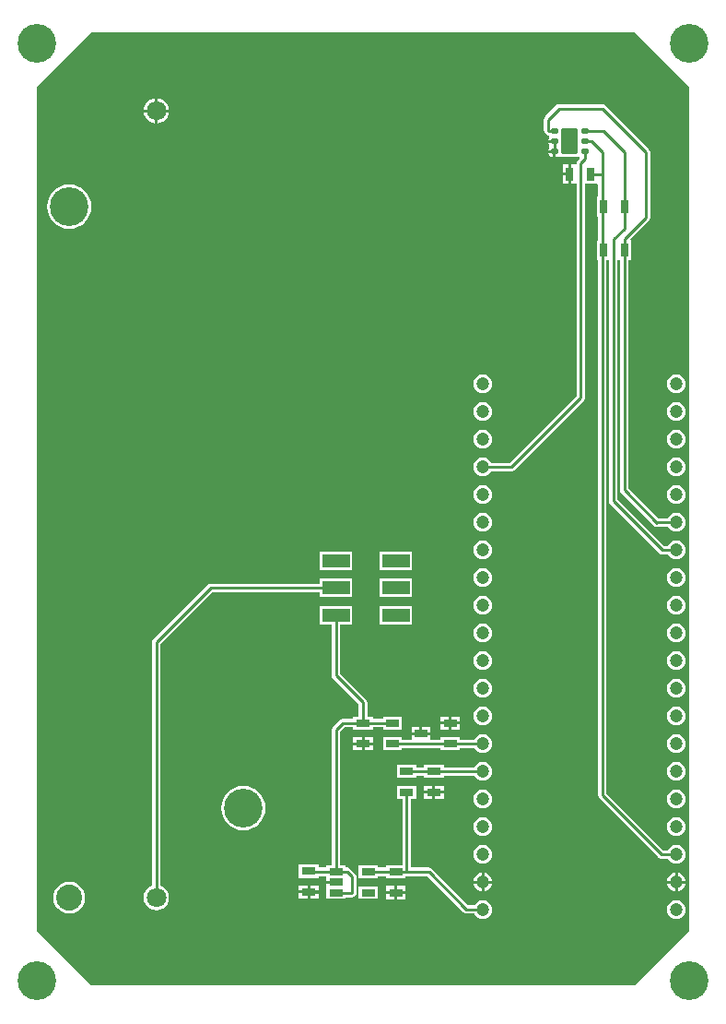
<source format=gbr>
G04 Layer_Physical_Order=1*
G04 Layer_Color=255*
%FSLAX24Y24*%
%MOIN*%
%TF.FileFunction,Copper,L1,Top,Signal*%
%TF.Part,Single*%
G01*
G75*
%TA.AperFunction,SMDPad,CuDef*%
%ADD10R,0.0492X0.0256*%
G04:AMPARAMS|DCode=11|XSize=59.1mil|YSize=94.5mil|CornerRadius=5.9mil|HoleSize=0mil|Usage=FLASHONLY|Rotation=0.000|XOffset=0mil|YOffset=0mil|HoleType=Round|Shape=RoundedRectangle|*
%AMROUNDEDRECTD11*
21,1,0.0591,0.0827,0,0,0.0*
21,1,0.0472,0.0945,0,0,0.0*
1,1,0.0118,0.0236,-0.0413*
1,1,0.0118,-0.0236,-0.0413*
1,1,0.0118,-0.0236,0.0413*
1,1,0.0118,0.0236,0.0413*
%
%ADD11ROUNDEDRECTD11*%
G04:AMPARAMS|DCode=12|XSize=23.6mil|YSize=17.7mil|CornerRadius=1.8mil|HoleSize=0mil|Usage=FLASHONLY|Rotation=0.000|XOffset=0mil|YOffset=0mil|HoleType=Round|Shape=RoundedRectangle|*
%AMROUNDEDRECTD12*
21,1,0.0236,0.0142,0,0,0.0*
21,1,0.0201,0.0177,0,0,0.0*
1,1,0.0035,0.0100,-0.0071*
1,1,0.0035,-0.0100,-0.0071*
1,1,0.0035,-0.0100,0.0071*
1,1,0.0035,0.0100,0.0071*
%
%ADD12ROUNDEDRECTD12*%
%ADD13R,0.0984X0.0472*%
%ADD14R,0.0512X0.0276*%
%ADD15R,0.0276X0.0512*%
%ADD16R,0.0472X0.0256*%
%TA.AperFunction,Conductor*%
%ADD17C,0.0100*%
%TA.AperFunction,ComponentPad*%
%ADD18C,0.0709*%
%ADD19C,0.0941*%
%ADD20C,0.1398*%
%ADD21C,0.0472*%
%TA.AperFunction,WasherPad*%
%ADD22C,0.1398*%
G36*
X35433Y45276D02*
X35433D01*
Y14764D01*
X33465Y12795D01*
X13780D01*
X11811Y14764D01*
Y45276D01*
X13780Y47244D01*
X33465D01*
X35433Y45276D01*
D02*
G37*
%LPC*%
G36*
X26131Y19737D02*
X25825D01*
Y19550D01*
X26131D01*
Y19737D01*
D02*
G37*
G36*
X34953Y19875D02*
X34865Y19863D01*
X34783Y19829D01*
X34713Y19775D01*
X34659Y19705D01*
X34625Y19623D01*
X34614Y19535D01*
X34625Y19448D01*
X34659Y19366D01*
X34713Y19296D01*
X34783Y19242D01*
X34865Y19208D01*
X34953Y19196D01*
X35041Y19208D01*
X35122Y19242D01*
X35193Y19296D01*
X35246Y19366D01*
X35280Y19448D01*
X35292Y19535D01*
X35280Y19623D01*
X35246Y19705D01*
X35193Y19775D01*
X35122Y19829D01*
X35041Y19863D01*
X34953Y19875D01*
D02*
G37*
G36*
X26537Y19737D02*
X26231D01*
Y19550D01*
X26537D01*
Y19737D01*
D02*
G37*
G36*
Y20025D02*
X26231D01*
Y19837D01*
X26537D01*
Y20025D01*
D02*
G37*
G36*
X26131D02*
X25825D01*
Y19837D01*
X26131D01*
Y20025D01*
D02*
G37*
G36*
X27953Y18875D02*
X27865Y18863D01*
X27783Y18829D01*
X27713Y18775D01*
X27659Y18705D01*
X27625Y18623D01*
X27614Y18535D01*
X27625Y18448D01*
X27659Y18366D01*
X27713Y18296D01*
X27783Y18242D01*
X27865Y18208D01*
X27953Y18196D01*
X28041Y18208D01*
X28122Y18242D01*
X28193Y18296D01*
X28246Y18366D01*
X28280Y18448D01*
X28292Y18535D01*
X28280Y18623D01*
X28246Y18705D01*
X28193Y18775D01*
X28122Y18829D01*
X28041Y18863D01*
X27953Y18875D01*
D02*
G37*
G36*
Y17875D02*
X27865Y17863D01*
X27783Y17829D01*
X27713Y17775D01*
X27659Y17705D01*
X27625Y17623D01*
X27614Y17535D01*
X27625Y17448D01*
X27659Y17366D01*
X27713Y17296D01*
X27783Y17242D01*
X27865Y17208D01*
X27953Y17196D01*
X28041Y17208D01*
X28122Y17242D01*
X28193Y17296D01*
X28246Y17366D01*
X28280Y17448D01*
X28292Y17535D01*
X28280Y17623D01*
X28246Y17705D01*
X28193Y17775D01*
X28122Y17829D01*
X28041Y17863D01*
X27953Y17875D01*
D02*
G37*
G36*
X34953Y18875D02*
X34865Y18863D01*
X34783Y18829D01*
X34713Y18775D01*
X34659Y18705D01*
X34625Y18623D01*
X34614Y18535D01*
X34625Y18448D01*
X34659Y18366D01*
X34713Y18296D01*
X34783Y18242D01*
X34865Y18208D01*
X34953Y18196D01*
X35041Y18208D01*
X35122Y18242D01*
X35193Y18296D01*
X35246Y18366D01*
X35280Y18448D01*
X35292Y18535D01*
X35280Y18623D01*
X35246Y18705D01*
X35193Y18775D01*
X35122Y18829D01*
X35041Y18863D01*
X34953Y18875D01*
D02*
G37*
G36*
X27953Y19875D02*
X27865Y19863D01*
X27783Y19829D01*
X27713Y19775D01*
X27659Y19705D01*
X27625Y19623D01*
X27614Y19535D01*
X27625Y19448D01*
X27659Y19366D01*
X27713Y19296D01*
X27783Y19242D01*
X27865Y19208D01*
X27953Y19196D01*
X28041Y19208D01*
X28122Y19242D01*
X28193Y19296D01*
X28246Y19366D01*
X28280Y19448D01*
X28292Y19535D01*
X28280Y19623D01*
X28246Y19705D01*
X28193Y19775D01*
X28122Y19829D01*
X28041Y19863D01*
X27953Y19875D01*
D02*
G37*
G36*
X19291Y20015D02*
X19135Y20000D01*
X18984Y19954D01*
X18845Y19880D01*
X18724Y19780D01*
X18624Y19659D01*
X18550Y19520D01*
X18504Y19369D01*
X18489Y19213D01*
X18504Y19056D01*
X18550Y18905D01*
X18624Y18767D01*
X18724Y18645D01*
X18845Y18545D01*
X18984Y18471D01*
X19135Y18425D01*
X19291Y18410D01*
X19448Y18425D01*
X19599Y18471D01*
X19737Y18545D01*
X19859Y18645D01*
X19959Y18767D01*
X20033Y18905D01*
X20079Y19056D01*
X20094Y19213D01*
X20079Y19369D01*
X20033Y19520D01*
X19959Y19659D01*
X19859Y19780D01*
X19737Y19880D01*
X19599Y19954D01*
X19448Y20000D01*
X19291Y20015D01*
D02*
G37*
G36*
X23978Y21773D02*
X23672D01*
Y21585D01*
X23978D01*
Y21773D01*
D02*
G37*
G36*
X23572D02*
X23266D01*
Y21585D01*
X23572D01*
Y21773D01*
D02*
G37*
G36*
X27953Y21875D02*
X27865Y21863D01*
X27783Y21829D01*
X27713Y21775D01*
X27659Y21705D01*
X27652Y21688D01*
X27128D01*
Y21773D01*
X26416D01*
Y21688D01*
X26045D01*
Y21859D01*
X25709D01*
X25372D01*
Y21688D01*
X25021D01*
Y21763D01*
X24349D01*
Y21307D01*
X25021D01*
Y21382D01*
X26416D01*
Y21298D01*
X27128D01*
Y21382D01*
X27652D01*
X27659Y21366D01*
X27713Y21296D01*
X27783Y21242D01*
X27865Y21208D01*
X27953Y21196D01*
X28041Y21208D01*
X28122Y21242D01*
X28193Y21296D01*
X28246Y21366D01*
X28280Y21448D01*
X28292Y21535D01*
X28280Y21623D01*
X28246Y21705D01*
X28193Y21775D01*
X28122Y21829D01*
X28041Y21863D01*
X27953Y21875D01*
D02*
G37*
G36*
X26045Y22137D02*
X25759D01*
Y21959D01*
X26045D01*
Y22137D01*
D02*
G37*
G36*
X25659D02*
X25372D01*
Y21959D01*
X25659D01*
Y22137D01*
D02*
G37*
G36*
X27953Y20875D02*
X27865Y20863D01*
X27783Y20829D01*
X27713Y20775D01*
X27659Y20705D01*
X27652Y20688D01*
X26537D01*
Y20773D01*
X25825D01*
Y20688D01*
X25553D01*
Y20773D01*
X24841D01*
Y20298D01*
X25553D01*
Y20382D01*
X25825D01*
Y20298D01*
X26537D01*
Y20382D01*
X27652D01*
X27659Y20366D01*
X27713Y20296D01*
X27783Y20242D01*
X27865Y20208D01*
X27953Y20196D01*
X28041Y20208D01*
X28122Y20242D01*
X28193Y20296D01*
X28246Y20366D01*
X28280Y20448D01*
X28292Y20535D01*
X28280Y20623D01*
X28246Y20705D01*
X28193Y20775D01*
X28122Y20829D01*
X28041Y20863D01*
X27953Y20875D01*
D02*
G37*
G36*
X34953D02*
X34865Y20863D01*
X34783Y20829D01*
X34713Y20775D01*
X34659Y20705D01*
X34625Y20623D01*
X34614Y20535D01*
X34625Y20448D01*
X34659Y20366D01*
X34713Y20296D01*
X34783Y20242D01*
X34865Y20208D01*
X34953Y20196D01*
X35041Y20208D01*
X35122Y20242D01*
X35193Y20296D01*
X35246Y20366D01*
X35280Y20448D01*
X35292Y20535D01*
X35280Y20623D01*
X35246Y20705D01*
X35193Y20775D01*
X35122Y20829D01*
X35041Y20863D01*
X34953Y20875D01*
D02*
G37*
G36*
Y21875D02*
X34865Y21863D01*
X34783Y21829D01*
X34713Y21775D01*
X34659Y21705D01*
X34625Y21623D01*
X34614Y21535D01*
X34625Y21448D01*
X34659Y21366D01*
X34713Y21296D01*
X34783Y21242D01*
X34865Y21208D01*
X34953Y21196D01*
X35041Y21208D01*
X35122Y21242D01*
X35193Y21296D01*
X35246Y21366D01*
X35280Y21448D01*
X35292Y21535D01*
X35280Y21623D01*
X35246Y21705D01*
X35193Y21775D01*
X35122Y21829D01*
X35041Y21863D01*
X34953Y21875D01*
D02*
G37*
G36*
X23978Y21485D02*
X23672D01*
Y21298D01*
X23978D01*
Y21485D01*
D02*
G37*
G36*
X23572D02*
X23266D01*
Y21298D01*
X23572D01*
Y21485D01*
D02*
G37*
G36*
X22009Y16131D02*
X21704D01*
Y15943D01*
X22009D01*
Y16131D01*
D02*
G37*
G36*
X21604D02*
X21298D01*
Y15943D01*
X21604D01*
Y16131D01*
D02*
G37*
G36*
X27903Y16485D02*
X27620D01*
X27625Y16448D01*
X27659Y16366D01*
X27713Y16296D01*
X27783Y16242D01*
X27865Y16208D01*
X27903Y16203D01*
Y16485D01*
D02*
G37*
G36*
X34903D02*
X34620D01*
X34625Y16448D01*
X34659Y16366D01*
X34713Y16296D01*
X34783Y16242D01*
X34865Y16208D01*
X34903Y16203D01*
Y16485D01*
D02*
G37*
G36*
X28285D02*
X28003D01*
Y16203D01*
X28041Y16208D01*
X28122Y16242D01*
X28193Y16296D01*
X28246Y16366D01*
X28280Y16448D01*
X28285Y16485D01*
D02*
G37*
G36*
X12992Y16552D02*
X12843Y16532D01*
X12704Y16475D01*
X12585Y16383D01*
X12494Y16264D01*
X12436Y16125D01*
X12417Y15976D01*
X12436Y15827D01*
X12494Y15689D01*
X12585Y15570D01*
X12704Y15478D01*
X12843Y15421D01*
X12992Y15401D01*
X13141Y15421D01*
X13280Y15478D01*
X13399Y15570D01*
X13490Y15689D01*
X13548Y15827D01*
X13568Y15976D01*
X13548Y16125D01*
X13490Y16264D01*
X13399Y16383D01*
X13280Y16475D01*
X13141Y16532D01*
X12992Y16552D01*
D02*
G37*
G36*
X34953Y15875D02*
X34865Y15863D01*
X34783Y15829D01*
X34713Y15775D01*
X34659Y15705D01*
X34625Y15623D01*
X34614Y15535D01*
X34625Y15448D01*
X34659Y15366D01*
X34713Y15296D01*
X34783Y15242D01*
X34865Y15208D01*
X34953Y15196D01*
X35041Y15208D01*
X35122Y15242D01*
X35193Y15296D01*
X35246Y15366D01*
X35280Y15448D01*
X35292Y15535D01*
X35280Y15623D01*
X35246Y15705D01*
X35193Y15775D01*
X35122Y15829D01*
X35041Y15863D01*
X34953Y15875D01*
D02*
G37*
G36*
X24753Y16111D02*
X24447D01*
Y15924D01*
X24753D01*
Y16111D01*
D02*
G37*
G36*
X24155Y16389D02*
X23463D01*
Y15933D01*
X24155D01*
Y16389D01*
D02*
G37*
G36*
X25159Y16111D02*
X24853D01*
Y15924D01*
X25159D01*
Y16111D01*
D02*
G37*
G36*
X28003Y16868D02*
Y16585D01*
X28285D01*
X28280Y16623D01*
X28246Y16705D01*
X28193Y16775D01*
X28122Y16829D01*
X28041Y16863D01*
X28003Y16868D01*
D02*
G37*
G36*
X27903D02*
X27865Y16863D01*
X27783Y16829D01*
X27713Y16775D01*
X27659Y16705D01*
X27625Y16623D01*
X27620Y16585D01*
X27903D01*
Y16868D01*
D02*
G37*
G36*
X34903D02*
X34865Y16863D01*
X34783Y16829D01*
X34713Y16775D01*
X34659Y16705D01*
X34625Y16623D01*
X34620Y16585D01*
X34903D01*
Y16868D01*
D02*
G37*
G36*
X25553Y20025D02*
X24841D01*
Y19550D01*
X25044D01*
Y17147D01*
X24447D01*
Y17062D01*
X24155D01*
Y17137D01*
X23463D01*
Y16681D01*
X24155D01*
Y16757D01*
X24447D01*
Y16672D01*
X25159D01*
Y16757D01*
X25941D01*
X27254Y15443D01*
X27304Y15410D01*
X27362Y15398D01*
X27646D01*
X27659Y15366D01*
X27713Y15296D01*
X27783Y15242D01*
X27865Y15208D01*
X27953Y15196D01*
X28041Y15208D01*
X28122Y15242D01*
X28193Y15296D01*
X28246Y15366D01*
X28280Y15448D01*
X28292Y15535D01*
X28280Y15623D01*
X28246Y15705D01*
X28193Y15775D01*
X28122Y15829D01*
X28041Y15863D01*
X27953Y15875D01*
X27865Y15863D01*
X27783Y15829D01*
X27713Y15775D01*
X27659Y15705D01*
X27659Y15704D01*
X27426D01*
X26112Y17018D01*
X26062Y17051D01*
X26004Y17062D01*
X25350D01*
Y19550D01*
X25553D01*
Y20025D01*
D02*
G37*
G36*
X35003Y16868D02*
Y16585D01*
X35285D01*
X35280Y16623D01*
X35246Y16705D01*
X35193Y16775D01*
X35122Y16829D01*
X35041Y16863D01*
X35003Y16868D01*
D02*
G37*
G36*
X24753Y16399D02*
X24447D01*
Y16211D01*
X24753D01*
Y16399D01*
D02*
G37*
G36*
X35285Y16485D02*
X35003D01*
Y16203D01*
X35041Y16208D01*
X35122Y16242D01*
X35193Y16296D01*
X35246Y16366D01*
X35280Y16448D01*
X35285Y16485D01*
D02*
G37*
G36*
X25159Y16399D02*
X24853D01*
Y16211D01*
X25159D01*
Y16399D01*
D02*
G37*
G36*
X22009Y16419D02*
X21704D01*
Y16231D01*
X22009D01*
Y16419D01*
D02*
G37*
G36*
X21604D02*
X21298D01*
Y16231D01*
X21604D01*
Y16419D01*
D02*
G37*
G36*
X26722Y22233D02*
X26416D01*
Y22046D01*
X26722D01*
Y22233D01*
D02*
G37*
G36*
X34953Y32875D02*
X34865Y32863D01*
X34783Y32829D01*
X34713Y32775D01*
X34659Y32705D01*
X34625Y32623D01*
X34614Y32535D01*
X34625Y32448D01*
X34659Y32366D01*
X34713Y32296D01*
X34783Y32242D01*
X34865Y32208D01*
X34953Y32196D01*
X35041Y32208D01*
X35122Y32242D01*
X35193Y32296D01*
X35246Y32366D01*
X35280Y32448D01*
X35292Y32535D01*
X35280Y32623D01*
X35246Y32705D01*
X35193Y32775D01*
X35122Y32829D01*
X35041Y32863D01*
X34953Y32875D01*
D02*
G37*
G36*
X27953D02*
X27865Y32863D01*
X27783Y32829D01*
X27713Y32775D01*
X27659Y32705D01*
X27625Y32623D01*
X27614Y32535D01*
X27625Y32448D01*
X27659Y32366D01*
X27713Y32296D01*
X27783Y32242D01*
X27865Y32208D01*
X27953Y32196D01*
X28041Y32208D01*
X28122Y32242D01*
X28193Y32296D01*
X28246Y32366D01*
X28280Y32448D01*
X28292Y32535D01*
X28280Y32623D01*
X28246Y32705D01*
X28193Y32775D01*
X28122Y32829D01*
X28041Y32863D01*
X27953Y32875D01*
D02*
G37*
G36*
Y33875D02*
X27865Y33863D01*
X27783Y33829D01*
X27713Y33775D01*
X27659Y33705D01*
X27625Y33623D01*
X27614Y33535D01*
X27625Y33448D01*
X27659Y33366D01*
X27713Y33296D01*
X27783Y33242D01*
X27865Y33208D01*
X27953Y33196D01*
X28041Y33208D01*
X28122Y33242D01*
X28193Y33296D01*
X28246Y33366D01*
X28280Y33448D01*
X28292Y33535D01*
X28280Y33623D01*
X28246Y33705D01*
X28193Y33775D01*
X28122Y33829D01*
X28041Y33863D01*
X27953Y33875D01*
D02*
G37*
G36*
Y34875D02*
X27865Y34863D01*
X27783Y34829D01*
X27713Y34775D01*
X27659Y34705D01*
X27625Y34623D01*
X27614Y34535D01*
X27625Y34448D01*
X27659Y34366D01*
X27713Y34296D01*
X27783Y34242D01*
X27865Y34208D01*
X27953Y34196D01*
X28041Y34208D01*
X28122Y34242D01*
X28193Y34296D01*
X28246Y34366D01*
X28280Y34448D01*
X28292Y34535D01*
X28280Y34623D01*
X28246Y34705D01*
X28193Y34775D01*
X28122Y34829D01*
X28041Y34863D01*
X27953Y34875D01*
D02*
G37*
G36*
X34953Y33875D02*
X34865Y33863D01*
X34783Y33829D01*
X34713Y33775D01*
X34659Y33705D01*
X34625Y33623D01*
X34614Y33535D01*
X34625Y33448D01*
X34659Y33366D01*
X34713Y33296D01*
X34783Y33242D01*
X34865Y33208D01*
X34953Y33196D01*
X35041Y33208D01*
X35122Y33242D01*
X35193Y33296D01*
X35246Y33366D01*
X35280Y33448D01*
X35292Y33535D01*
X35280Y33623D01*
X35246Y33705D01*
X35193Y33775D01*
X35122Y33829D01*
X35041Y33863D01*
X34953Y33875D01*
D02*
G37*
G36*
X27953Y29875D02*
X27865Y29863D01*
X27783Y29829D01*
X27713Y29775D01*
X27659Y29705D01*
X27625Y29623D01*
X27614Y29535D01*
X27625Y29448D01*
X27659Y29366D01*
X27713Y29296D01*
X27783Y29242D01*
X27865Y29208D01*
X27953Y29196D01*
X28041Y29208D01*
X28122Y29242D01*
X28193Y29296D01*
X28246Y29366D01*
X28280Y29448D01*
X28292Y29535D01*
X28280Y29623D01*
X28246Y29705D01*
X28193Y29775D01*
X28122Y29829D01*
X28041Y29863D01*
X27953Y29875D01*
D02*
G37*
G36*
Y28875D02*
X27865Y28863D01*
X27783Y28829D01*
X27713Y28775D01*
X27659Y28705D01*
X27625Y28623D01*
X27614Y28535D01*
X27625Y28448D01*
X27659Y28366D01*
X27713Y28296D01*
X27783Y28242D01*
X27865Y28208D01*
X27953Y28196D01*
X28041Y28208D01*
X28122Y28242D01*
X28193Y28296D01*
X28246Y28366D01*
X28280Y28448D01*
X28292Y28535D01*
X28280Y28623D01*
X28246Y28705D01*
X28193Y28775D01*
X28122Y28829D01*
X28041Y28863D01*
X27953Y28875D01*
D02*
G37*
G36*
Y30875D02*
X27865Y30863D01*
X27783Y30829D01*
X27713Y30775D01*
X27659Y30705D01*
X27625Y30623D01*
X27614Y30535D01*
X27625Y30448D01*
X27659Y30366D01*
X27713Y30296D01*
X27783Y30242D01*
X27865Y30208D01*
X27953Y30196D01*
X28041Y30208D01*
X28122Y30242D01*
X28193Y30296D01*
X28246Y30366D01*
X28280Y30448D01*
X28292Y30535D01*
X28280Y30623D01*
X28246Y30705D01*
X28193Y30775D01*
X28122Y30829D01*
X28041Y30863D01*
X27953Y30875D01*
D02*
G37*
G36*
X34953Y31875D02*
X34865Y31863D01*
X34783Y31829D01*
X34713Y31775D01*
X34659Y31705D01*
X34625Y31623D01*
X34614Y31535D01*
X34625Y31448D01*
X34659Y31366D01*
X34713Y31296D01*
X34783Y31242D01*
X34865Y31208D01*
X34953Y31196D01*
X35041Y31208D01*
X35122Y31242D01*
X35193Y31296D01*
X35246Y31366D01*
X35280Y31448D01*
X35292Y31535D01*
X35280Y31623D01*
X35246Y31705D01*
X35193Y31775D01*
X35122Y31829D01*
X35041Y31863D01*
X34953Y31875D01*
D02*
G37*
G36*
Y30875D02*
X34865Y30863D01*
X34783Y30829D01*
X34713Y30775D01*
X34659Y30705D01*
X34625Y30623D01*
X34614Y30535D01*
X34625Y30448D01*
X34659Y30366D01*
X34713Y30296D01*
X34783Y30242D01*
X34865Y30208D01*
X34953Y30196D01*
X35041Y30208D01*
X35122Y30242D01*
X35193Y30296D01*
X35246Y30366D01*
X35280Y30448D01*
X35292Y30535D01*
X35280Y30623D01*
X35246Y30705D01*
X35193Y30775D01*
X35122Y30829D01*
X35041Y30863D01*
X34953Y30875D01*
D02*
G37*
G36*
X16092Y44359D02*
X15690D01*
X15699Y44291D01*
X15745Y44180D01*
X15818Y44085D01*
X15913Y44013D01*
X16023Y43967D01*
X16092Y43958D01*
Y44359D01*
D02*
G37*
G36*
X30501Y42883D02*
X30331D01*
Y42862D01*
X30340Y42816D01*
X30366Y42777D01*
X30405Y42751D01*
X30451Y42742D01*
X30501D01*
Y42883D01*
D02*
G37*
G36*
X16593Y44359D02*
X16192D01*
Y43958D01*
X16260Y43967D01*
X16371Y44013D01*
X16466Y44085D01*
X16539Y44180D01*
X16584Y44291D01*
X16593Y44359D01*
D02*
G37*
G36*
X16192Y44861D02*
Y44459D01*
X16593D01*
X16584Y44528D01*
X16539Y44639D01*
X16466Y44733D01*
X16371Y44806D01*
X16260Y44852D01*
X16192Y44861D01*
D02*
G37*
G36*
X16092Y44861D02*
X16023Y44852D01*
X15913Y44806D01*
X15818Y44733D01*
X15745Y44639D01*
X15699Y44528D01*
X15690Y44459D01*
X16092D01*
Y44861D01*
D02*
G37*
G36*
X32283Y44641D02*
X30709D01*
X30650Y44629D01*
X30601Y44596D01*
X30207Y44203D01*
X30174Y44153D01*
X30162Y44094D01*
Y43701D01*
X30174Y43642D01*
X30207Y43593D01*
X30227Y43573D01*
X30276Y43540D01*
X30335Y43528D01*
X30364D01*
X30366Y43525D01*
X30368Y43524D01*
Y43464D01*
X30366Y43463D01*
X30340Y43424D01*
X30331Y43378D01*
Y43357D01*
X30551D01*
Y43257D01*
X30331D01*
Y43236D01*
X30340Y43190D01*
X30366Y43151D01*
X30368Y43150D01*
Y43090D01*
X30366Y43089D01*
X30340Y43050D01*
X30331Y43004D01*
Y42983D01*
X30551D01*
Y42933D01*
X30601D01*
Y42742D01*
X30652D01*
X30698Y42751D01*
X30706Y42757D01*
X30751Y42779D01*
X30804Y42744D01*
X30866Y42732D01*
X31339D01*
X31401Y42744D01*
X31420Y42757D01*
X31438Y42748D01*
X31448Y42688D01*
X31388Y42628D01*
X31355Y42578D01*
X31345Y42530D01*
X31343Y42520D01*
X31317Y42482D01*
X31293Y42482D01*
X31152D01*
Y42126D01*
Y41770D01*
X31340Y41770D01*
X31343Y41721D01*
Y34118D01*
X28913Y31688D01*
X28253D01*
X28246Y31705D01*
X28193Y31775D01*
X28122Y31829D01*
X28041Y31863D01*
X27953Y31875D01*
X27865Y31863D01*
X27783Y31829D01*
X27713Y31775D01*
X27659Y31705D01*
X27625Y31623D01*
X27614Y31535D01*
X27625Y31448D01*
X27659Y31366D01*
X27713Y31296D01*
X27783Y31242D01*
X27865Y31208D01*
X27953Y31196D01*
X28041Y31208D01*
X28122Y31242D01*
X28193Y31296D01*
X28246Y31366D01*
X28253Y31382D01*
X28976D01*
X29035Y31394D01*
X29085Y31427D01*
X31604Y33947D01*
X31637Y33997D01*
X31649Y34055D01*
Y41770D01*
X32088D01*
Y41770D01*
X32131Y41752D01*
Y41301D01*
X32085D01*
Y40589D01*
X32131D01*
Y39726D01*
X32085D01*
Y39014D01*
X32131D01*
Y19685D01*
X32142Y19627D01*
X32175Y19577D01*
X34325Y17427D01*
X34375Y17394D01*
X34433Y17382D01*
X34652D01*
X34659Y17366D01*
X34713Y17296D01*
X34783Y17242D01*
X34865Y17208D01*
X34953Y17196D01*
X35041Y17208D01*
X35122Y17242D01*
X35193Y17296D01*
X35246Y17366D01*
X35280Y17448D01*
X35292Y17535D01*
X35280Y17623D01*
X35246Y17705D01*
X35193Y17775D01*
X35122Y17829D01*
X35041Y17863D01*
X34953Y17875D01*
X34865Y17863D01*
X34783Y17829D01*
X34713Y17775D01*
X34659Y17705D01*
X34652Y17688D01*
X34496D01*
X32436Y19748D01*
Y39014D01*
X32524D01*
Y30315D01*
X32536Y30256D01*
X32569Y30207D01*
X34349Y28427D01*
X34398Y28394D01*
X34457Y28382D01*
X34652D01*
X34659Y28366D01*
X34713Y28296D01*
X34783Y28242D01*
X34865Y28208D01*
X34953Y28196D01*
X35041Y28208D01*
X35122Y28242D01*
X35193Y28296D01*
X35246Y28366D01*
X35280Y28448D01*
X35292Y28535D01*
X35280Y28623D01*
X35246Y28705D01*
X35193Y28775D01*
X35122Y28829D01*
X35041Y28863D01*
X34953Y28875D01*
X34865Y28863D01*
X34783Y28829D01*
X34713Y28775D01*
X34659Y28705D01*
X34652Y28688D01*
X34520D01*
X32830Y30378D01*
Y38965D01*
X32833Y39014D01*
X32918D01*
Y30709D01*
X32930Y30650D01*
X32963Y30601D01*
X34144Y29419D01*
X34193Y29386D01*
X34252Y29375D01*
X34292Y29382D01*
X34652D01*
X34659Y29366D01*
X34713Y29296D01*
X34783Y29242D01*
X34865Y29208D01*
X34953Y29196D01*
X35041Y29208D01*
X35122Y29242D01*
X35193Y29296D01*
X35246Y29366D01*
X35280Y29448D01*
X35292Y29535D01*
X35280Y29623D01*
X35246Y29705D01*
X35193Y29775D01*
X35122Y29829D01*
X35041Y29863D01*
X34953Y29875D01*
X34865Y29863D01*
X34783Y29829D01*
X34713Y29775D01*
X34659Y29705D01*
X34652Y29688D01*
X34307D01*
X33224Y30772D01*
Y39014D01*
X33309D01*
Y39726D01*
X33309D01*
X33291Y39768D01*
X33966Y40443D01*
X34000Y40493D01*
X34011Y40551D01*
Y42913D01*
X34000Y42972D01*
X33966Y43022D01*
X32392Y44596D01*
X32342Y44629D01*
X32283Y44641D01*
D02*
G37*
G36*
X34953Y34875D02*
X34865Y34863D01*
X34783Y34829D01*
X34713Y34775D01*
X34659Y34705D01*
X34625Y34623D01*
X34614Y34535D01*
X34625Y34448D01*
X34659Y34366D01*
X34713Y34296D01*
X34783Y34242D01*
X34865Y34208D01*
X34953Y34196D01*
X35041Y34208D01*
X35122Y34242D01*
X35193Y34296D01*
X35246Y34366D01*
X35280Y34448D01*
X35292Y34535D01*
X35280Y34623D01*
X35246Y34705D01*
X35193Y34775D01*
X35122Y34829D01*
X35041Y34863D01*
X34953Y34875D01*
D02*
G37*
G36*
X12992Y41748D02*
X12836Y41732D01*
X12685Y41686D01*
X12546Y41612D01*
X12425Y41512D01*
X12325Y41391D01*
X12251Y41252D01*
X12205Y41101D01*
X12189Y40945D01*
X12205Y40788D01*
X12251Y40638D01*
X12325Y40499D01*
X12425Y40377D01*
X12546Y40277D01*
X12685Y40203D01*
X12836Y40158D01*
X12992Y40142D01*
X13149Y40158D01*
X13299Y40203D01*
X13438Y40277D01*
X13560Y40377D01*
X13660Y40499D01*
X13734Y40638D01*
X13779Y40788D01*
X13795Y40945D01*
X13779Y41101D01*
X13734Y41252D01*
X13660Y41391D01*
X13560Y41512D01*
X13438Y41612D01*
X13299Y41686D01*
X13149Y41732D01*
X12992Y41748D01*
D02*
G37*
G36*
X31052Y42482D02*
X30865D01*
Y42176D01*
X31052D01*
Y42482D01*
D02*
G37*
G36*
Y42076D02*
X30865D01*
Y41770D01*
X31052D01*
Y42076D01*
D02*
G37*
G36*
X25395Y28486D02*
X24211D01*
Y27813D01*
X25395D01*
Y28486D01*
D02*
G37*
G36*
X27953Y23875D02*
X27865Y23863D01*
X27783Y23829D01*
X27713Y23775D01*
X27659Y23705D01*
X27625Y23623D01*
X27614Y23535D01*
X27625Y23448D01*
X27659Y23366D01*
X27713Y23296D01*
X27783Y23242D01*
X27865Y23208D01*
X27953Y23196D01*
X28041Y23208D01*
X28122Y23242D01*
X28193Y23296D01*
X28246Y23366D01*
X28280Y23448D01*
X28292Y23535D01*
X28280Y23623D01*
X28246Y23705D01*
X28193Y23775D01*
X28122Y23829D01*
X28041Y23863D01*
X27953Y23875D01*
D02*
G37*
G36*
X27128Y22521D02*
X26822D01*
Y22333D01*
X27128D01*
Y22521D01*
D02*
G37*
G36*
X34953Y23875D02*
X34865Y23863D01*
X34783Y23829D01*
X34713Y23775D01*
X34659Y23705D01*
X34625Y23623D01*
X34614Y23535D01*
X34625Y23448D01*
X34659Y23366D01*
X34713Y23296D01*
X34783Y23242D01*
X34865Y23208D01*
X34953Y23196D01*
X35041Y23208D01*
X35122Y23242D01*
X35193Y23296D01*
X35246Y23366D01*
X35280Y23448D01*
X35292Y23535D01*
X35280Y23623D01*
X35246Y23705D01*
X35193Y23775D01*
X35122Y23829D01*
X35041Y23863D01*
X34953Y23875D01*
D02*
G37*
G36*
Y24875D02*
X34865Y24863D01*
X34783Y24829D01*
X34713Y24775D01*
X34659Y24705D01*
X34625Y24623D01*
X34614Y24535D01*
X34625Y24448D01*
X34659Y24366D01*
X34713Y24296D01*
X34783Y24242D01*
X34865Y24208D01*
X34953Y24196D01*
X35041Y24208D01*
X35122Y24242D01*
X35193Y24296D01*
X35246Y24366D01*
X35280Y24448D01*
X35292Y24535D01*
X35280Y24623D01*
X35246Y24705D01*
X35193Y24775D01*
X35122Y24829D01*
X35041Y24863D01*
X34953Y24875D01*
D02*
G37*
G36*
X27953D02*
X27865Y24863D01*
X27783Y24829D01*
X27713Y24775D01*
X27659Y24705D01*
X27625Y24623D01*
X27614Y24535D01*
X27625Y24448D01*
X27659Y24366D01*
X27713Y24296D01*
X27783Y24242D01*
X27865Y24208D01*
X27953Y24196D01*
X28041Y24208D01*
X28122Y24242D01*
X28193Y24296D01*
X28246Y24366D01*
X28280Y24448D01*
X28292Y24535D01*
X28280Y24623D01*
X28246Y24705D01*
X28193Y24775D01*
X28122Y24829D01*
X28041Y24863D01*
X27953Y24875D01*
D02*
G37*
G36*
X23230Y26517D02*
X22046D01*
Y25845D01*
X22485D01*
Y24016D01*
X22497Y23957D01*
X22530Y23908D01*
X23469Y22968D01*
Y22521D01*
X23266D01*
Y22436D01*
X22874D01*
X22815Y22425D01*
X22766Y22392D01*
X22539Y22165D01*
X22506Y22116D01*
X22495Y22057D01*
Y17137D01*
X22302D01*
Y17062D01*
X22009D01*
Y17167D01*
X21298D01*
Y16691D01*
X22009D01*
Y16757D01*
X22302D01*
Y16585D01*
X22648D01*
Y16485D01*
X22302D01*
Y16307D01*
Y15933D01*
X22994D01*
Y15989D01*
X23228D01*
X23287Y16000D01*
X23336Y16034D01*
X23370Y16083D01*
X23381Y16142D01*
Y16732D01*
X23370Y16791D01*
X23336Y16840D01*
X23159Y17018D01*
X23110Y17051D01*
X23051Y17062D01*
X22994D01*
Y17137D01*
X22801D01*
Y21994D01*
X22937Y22131D01*
X23266D01*
Y22046D01*
X23978D01*
Y22131D01*
X24349D01*
Y22056D01*
X25021D01*
Y22511D01*
X24349D01*
Y22436D01*
X23978D01*
Y22521D01*
X23775D01*
Y23031D01*
X23763Y23090D01*
X23730Y23140D01*
X22791Y24079D01*
Y25845D01*
X23230D01*
Y26517D01*
D02*
G37*
G36*
X27128Y22233D02*
X26822D01*
Y22046D01*
X27128D01*
Y22233D01*
D02*
G37*
G36*
X27953Y22875D02*
X27865Y22863D01*
X27783Y22829D01*
X27713Y22775D01*
X27659Y22705D01*
X27625Y22623D01*
X27614Y22535D01*
X27625Y22448D01*
X27659Y22366D01*
X27713Y22296D01*
X27783Y22242D01*
X27865Y22208D01*
X27953Y22196D01*
X28041Y22208D01*
X28122Y22242D01*
X28193Y22296D01*
X28246Y22366D01*
X28280Y22448D01*
X28292Y22535D01*
X28280Y22623D01*
X28246Y22705D01*
X28193Y22775D01*
X28122Y22829D01*
X28041Y22863D01*
X27953Y22875D01*
D02*
G37*
G36*
X26722Y22521D02*
X26416D01*
Y22333D01*
X26722D01*
Y22521D01*
D02*
G37*
G36*
X34953Y22875D02*
X34865Y22863D01*
X34783Y22829D01*
X34713Y22775D01*
X34659Y22705D01*
X34625Y22623D01*
X34614Y22535D01*
X34625Y22448D01*
X34659Y22366D01*
X34713Y22296D01*
X34783Y22242D01*
X34865Y22208D01*
X34953Y22196D01*
X35041Y22208D01*
X35122Y22242D01*
X35193Y22296D01*
X35246Y22366D01*
X35280Y22448D01*
X35292Y22535D01*
X35280Y22623D01*
X35246Y22705D01*
X35193Y22775D01*
X35122Y22829D01*
X35041Y22863D01*
X34953Y22875D01*
D02*
G37*
G36*
X25395Y27502D02*
X24211D01*
Y26829D01*
X25395D01*
Y27502D01*
D02*
G37*
G36*
X23230D02*
X22046D01*
Y27318D01*
X18110D01*
X18052Y27307D01*
X18002Y27273D01*
X16034Y25305D01*
X16000Y25255D01*
X15989Y25197D01*
Y16405D01*
X15913Y16373D01*
X15818Y16300D01*
X15745Y16206D01*
X15699Y16095D01*
X15683Y15976D01*
X15699Y15858D01*
X15745Y15747D01*
X15818Y15652D01*
X15913Y15580D01*
X16023Y15534D01*
X16142Y15518D01*
X16260Y15534D01*
X16371Y15580D01*
X16466Y15652D01*
X16539Y15747D01*
X16584Y15858D01*
X16600Y15976D01*
X16584Y16095D01*
X16539Y16206D01*
X16466Y16300D01*
X16371Y16373D01*
X16295Y16405D01*
Y25134D01*
X18174Y27012D01*
X22046D01*
Y26829D01*
X23230D01*
Y27502D01*
D02*
G37*
G36*
X27953Y27875D02*
X27865Y27863D01*
X27783Y27829D01*
X27713Y27775D01*
X27659Y27705D01*
X27625Y27623D01*
X27614Y27535D01*
X27625Y27448D01*
X27659Y27366D01*
X27713Y27296D01*
X27783Y27242D01*
X27865Y27208D01*
X27953Y27196D01*
X28041Y27208D01*
X28122Y27242D01*
X28193Y27296D01*
X28246Y27366D01*
X28280Y27448D01*
X28292Y27535D01*
X28280Y27623D01*
X28246Y27705D01*
X28193Y27775D01*
X28122Y27829D01*
X28041Y27863D01*
X27953Y27875D01*
D02*
G37*
G36*
X23230Y28486D02*
X22046D01*
Y27813D01*
X23230D01*
Y28486D01*
D02*
G37*
G36*
X34953Y27875D02*
X34865Y27863D01*
X34783Y27829D01*
X34713Y27775D01*
X34659Y27705D01*
X34625Y27623D01*
X34614Y27535D01*
X34625Y27448D01*
X34659Y27366D01*
X34713Y27296D01*
X34783Y27242D01*
X34865Y27208D01*
X34953Y27196D01*
X35041Y27208D01*
X35122Y27242D01*
X35193Y27296D01*
X35246Y27366D01*
X35280Y27448D01*
X35292Y27535D01*
X35280Y27623D01*
X35246Y27705D01*
X35193Y27775D01*
X35122Y27829D01*
X35041Y27863D01*
X34953Y27875D01*
D02*
G37*
G36*
Y25875D02*
X34865Y25863D01*
X34783Y25829D01*
X34713Y25775D01*
X34659Y25705D01*
X34625Y25623D01*
X34614Y25535D01*
X34625Y25448D01*
X34659Y25366D01*
X34713Y25296D01*
X34783Y25242D01*
X34865Y25208D01*
X34953Y25196D01*
X35041Y25208D01*
X35122Y25242D01*
X35193Y25296D01*
X35246Y25366D01*
X35280Y25448D01*
X35292Y25535D01*
X35280Y25623D01*
X35246Y25705D01*
X35193Y25775D01*
X35122Y25829D01*
X35041Y25863D01*
X34953Y25875D01*
D02*
G37*
G36*
X27953D02*
X27865Y25863D01*
X27783Y25829D01*
X27713Y25775D01*
X27659Y25705D01*
X27625Y25623D01*
X27614Y25535D01*
X27625Y25448D01*
X27659Y25366D01*
X27713Y25296D01*
X27783Y25242D01*
X27865Y25208D01*
X27953Y25196D01*
X28041Y25208D01*
X28122Y25242D01*
X28193Y25296D01*
X28246Y25366D01*
X28280Y25448D01*
X28292Y25535D01*
X28280Y25623D01*
X28246Y25705D01*
X28193Y25775D01*
X28122Y25829D01*
X28041Y25863D01*
X27953Y25875D01*
D02*
G37*
G36*
X25395Y26517D02*
X24211D01*
Y25845D01*
X25395D01*
Y26517D01*
D02*
G37*
G36*
X34953Y26875D02*
X34865Y26863D01*
X34783Y26829D01*
X34713Y26775D01*
X34659Y26705D01*
X34625Y26623D01*
X34614Y26535D01*
X34625Y26448D01*
X34659Y26366D01*
X34713Y26296D01*
X34783Y26242D01*
X34865Y26208D01*
X34953Y26196D01*
X35041Y26208D01*
X35122Y26242D01*
X35193Y26296D01*
X35246Y26366D01*
X35280Y26448D01*
X35292Y26535D01*
X35280Y26623D01*
X35246Y26705D01*
X35193Y26775D01*
X35122Y26829D01*
X35041Y26863D01*
X34953Y26875D01*
D02*
G37*
G36*
X27953D02*
X27865Y26863D01*
X27783Y26829D01*
X27713Y26775D01*
X27659Y26705D01*
X27625Y26623D01*
X27614Y26535D01*
X27625Y26448D01*
X27659Y26366D01*
X27713Y26296D01*
X27783Y26242D01*
X27865Y26208D01*
X27953Y26196D01*
X28041Y26208D01*
X28122Y26242D01*
X28193Y26296D01*
X28246Y26366D01*
X28280Y26448D01*
X28292Y26535D01*
X28280Y26623D01*
X28246Y26705D01*
X28193Y26775D01*
X28122Y26829D01*
X28041Y26863D01*
X27953Y26875D01*
D02*
G37*
%LPD*%
D10*
X22648Y16161D02*
D03*
Y16535D02*
D03*
Y16909D02*
D03*
X23809D02*
D03*
Y16161D02*
D03*
D11*
X31102Y43307D02*
D03*
D12*
X31654Y42933D02*
D03*
Y43307D02*
D03*
Y43681D02*
D03*
X30551D02*
D03*
Y43307D02*
D03*
Y42933D02*
D03*
D13*
X24803Y26181D02*
D03*
Y27165D02*
D03*
Y28150D02*
D03*
X22638D02*
D03*
Y27165D02*
D03*
Y26181D02*
D03*
D14*
X21654Y16181D02*
D03*
Y16929D02*
D03*
X24803Y16909D02*
D03*
Y16161D02*
D03*
X26181Y19787D02*
D03*
Y20535D02*
D03*
X26772Y21535D02*
D03*
Y22283D02*
D03*
X25197Y20535D02*
D03*
Y19787D02*
D03*
X23622Y21535D02*
D03*
Y22283D02*
D03*
D15*
X33071Y39370D02*
D03*
Y40945D02*
D03*
X32323D02*
D03*
Y39370D02*
D03*
X31850Y42126D02*
D03*
X31102D02*
D03*
D16*
X24685Y21535D02*
D03*
X25709Y21909D02*
D03*
X24685Y22283D02*
D03*
D17*
X16142Y15976D02*
Y25197D01*
X18110Y27165D01*
X22638D01*
Y26181D02*
Y24016D01*
X23622Y23031D01*
Y22283D01*
X24685D01*
Y21535D02*
X26772D01*
X27953D01*
Y20535D02*
X26181D01*
X25197D01*
Y19787D02*
Y16909D01*
X26004D01*
X27362Y15551D01*
X27929D01*
X28039Y15441D01*
X25197Y16909D02*
X24803D01*
X23809D01*
X23051D02*
X23228Y16732D01*
Y16142D01*
X22667D01*
X22648Y16161D01*
Y16535D02*
X22362D01*
X22648Y16909D02*
X23051D01*
X24803Y16161D02*
X24823Y16142D01*
X22008Y16181D02*
X21654D01*
X21673Y16909D02*
X22648D01*
Y22057D01*
X22874Y22283D01*
X23622D01*
X21654Y16929D02*
X21673Y16909D01*
X32283Y19685D02*
Y42126D01*
Y42913D01*
X31890Y43307D01*
X31654D01*
Y43681D02*
X32303D01*
X33071Y42913D01*
Y40945D01*
Y40157D01*
X32677Y39764D01*
Y30315D01*
X34457Y28535D01*
X34953D01*
Y29535D02*
X34260D01*
X34252Y29528D01*
X33071Y30709D01*
Y39370D01*
Y39764D01*
X33858Y40551D01*
Y42913D01*
X32283Y44488D01*
X30709D01*
X30315Y44094D01*
Y43701D01*
X30335Y43681D01*
X30551D01*
Y43307D02*
Y42933D01*
X31654D02*
Y42677D01*
X31496Y42520D01*
Y34055D01*
X28976Y31535D01*
X27953D01*
X32283Y42126D02*
X31850D01*
X30551Y43307D02*
X28740D01*
Y43307D02*
X25591D01*
X24488Y44409D01*
X16142D01*
X32283Y19685D02*
X34433Y17535D01*
X34953D01*
D18*
X16142Y15976D02*
D03*
Y44409D02*
D03*
D19*
X12992Y15976D02*
D03*
D20*
X19291Y19213D02*
D03*
X12992Y40945D02*
D03*
D21*
X27953Y15535D02*
D03*
Y16535D02*
D03*
Y17535D02*
D03*
Y18535D02*
D03*
Y19535D02*
D03*
Y20535D02*
D03*
Y21535D02*
D03*
Y22535D02*
D03*
Y23535D02*
D03*
Y24535D02*
D03*
Y25535D02*
D03*
Y26535D02*
D03*
Y27535D02*
D03*
Y28535D02*
D03*
Y29535D02*
D03*
Y30535D02*
D03*
Y31535D02*
D03*
Y32535D02*
D03*
Y33535D02*
D03*
Y34535D02*
D03*
X34953Y27535D02*
D03*
Y26535D02*
D03*
Y25535D02*
D03*
Y24535D02*
D03*
Y23535D02*
D03*
Y22535D02*
D03*
Y21535D02*
D03*
Y20535D02*
D03*
Y19535D02*
D03*
Y18535D02*
D03*
Y17535D02*
D03*
Y16535D02*
D03*
Y15535D02*
D03*
Y28535D02*
D03*
Y29535D02*
D03*
Y30535D02*
D03*
Y31535D02*
D03*
Y32535D02*
D03*
Y33535D02*
D03*
Y34535D02*
D03*
D22*
X11811Y12992D02*
D03*
X35433D02*
D03*
Y46850D02*
D03*
X11811D02*
D03*
%TF.MD5,d95b957a0dcb7fe3a400a6a24d03be44*%
M02*

</source>
